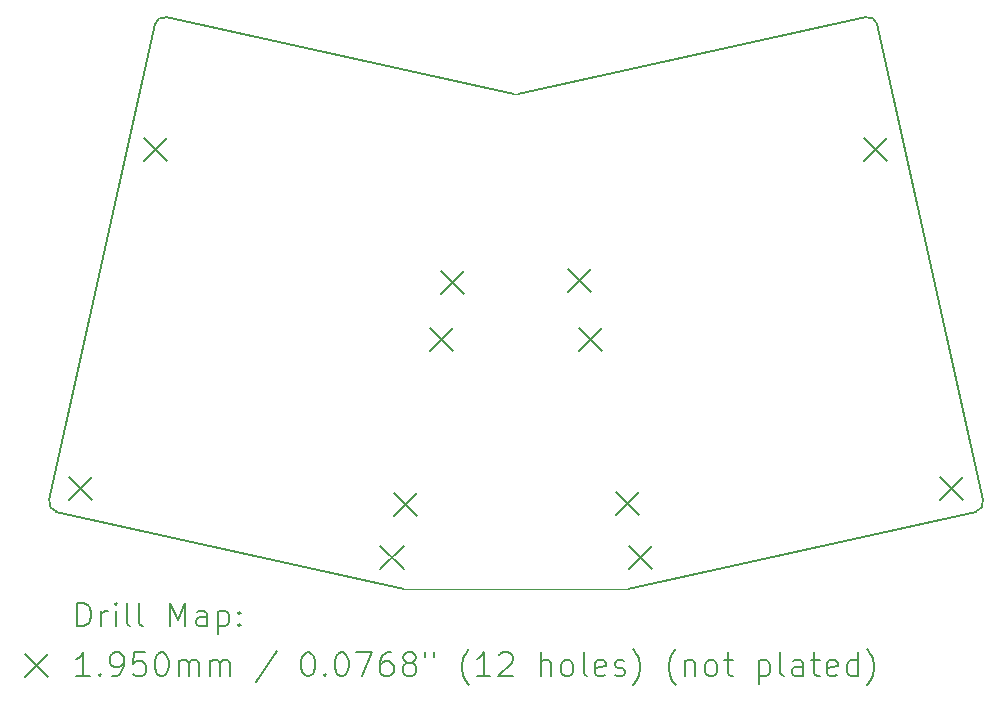
<source format=gbr>
%TF.GenerationSoftware,KiCad,Pcbnew,7.0.1-0*%
%TF.CreationDate,2023-05-03T10:27:24+09:00*%
%TF.ProjectId,centerjoint-0cm-wSwitch,63656e74-6572-46a6-9f69-6e742d30636d,rev?*%
%TF.SameCoordinates,Original*%
%TF.FileFunction,Drillmap*%
%TF.FilePolarity,Positive*%
%FSLAX45Y45*%
G04 Gerber Fmt 4.5, Leading zero omitted, Abs format (unit mm)*
G04 Created by KiCad (PCBNEW 7.0.1-0) date 2023-05-03 10:27:24*
%MOMM*%
%LPD*%
G01*
G04 APERTURE LIST*
%ADD10C,0.150000*%
%ADD11C,0.100000*%
%ADD12C,0.200000*%
%ADD13C,0.195000*%
G04 APERTURE END LIST*
D10*
X5609191Y-2082009D02*
X8553944Y-1429173D01*
D11*
X4642662Y-6266658D02*
X6536906Y-6266658D01*
D10*
X2625625Y-1429165D02*
G75*
G03*
X2530950Y-1489487I-17185J-77485D01*
G01*
X1637597Y-5519150D02*
G75*
G03*
X1697909Y-5613822I77493J-17180D01*
G01*
X2625623Y-1429174D02*
X5570376Y-2082010D01*
X9481660Y-5613827D02*
G75*
G03*
X9541972Y-5519149I-17170J77487D01*
G01*
X1637595Y-5519149D02*
X2530950Y-1489487D01*
X8648624Y-1489485D02*
G75*
G03*
X8553944Y-1429173I-77484J-17165D01*
G01*
X8648618Y-1489487D02*
X9541972Y-5519149D01*
D11*
X5570376Y-2082010D02*
X5609191Y-2082009D01*
D10*
X9481659Y-5613822D02*
X6536906Y-6266658D01*
X4642662Y-6266658D02*
X1697909Y-5613822D01*
D12*
D13*
X1806892Y-5318189D02*
X2001892Y-5513189D01*
X2001892Y-5318189D02*
X1806892Y-5513189D01*
X2442547Y-2450933D02*
X2637547Y-2645933D01*
X2637547Y-2450933D02*
X2442547Y-2645933D01*
X4441671Y-5902305D02*
X4636671Y-6097305D01*
X4636671Y-5902305D02*
X4441671Y-6097305D01*
X4552243Y-5454516D02*
X4747243Y-5649516D01*
X4747243Y-5454516D02*
X4552243Y-5649516D01*
X4861435Y-4059628D02*
X5056435Y-4254628D01*
X5056435Y-4059628D02*
X4861435Y-4254628D01*
X4957067Y-3577500D02*
X5152067Y-3772500D01*
X5152067Y-3577500D02*
X4957067Y-3772500D01*
X6027500Y-3562500D02*
X6222500Y-3757500D01*
X6222500Y-3562500D02*
X6027500Y-3757500D01*
X6124500Y-4057500D02*
X6319500Y-4252500D01*
X6319500Y-4057500D02*
X6124500Y-4252500D01*
X6431500Y-5450500D02*
X6626500Y-5645500D01*
X6626500Y-5450500D02*
X6431500Y-5645500D01*
X6543500Y-5902500D02*
X6738500Y-6097500D01*
X6738500Y-5902500D02*
X6543500Y-6097500D01*
X8538500Y-2447500D02*
X8733500Y-2642500D01*
X8733500Y-2447500D02*
X8538500Y-2642500D01*
X9179500Y-5317500D02*
X9374500Y-5512500D01*
X9374500Y-5317500D02*
X9179500Y-5512500D01*
D12*
X1875835Y-6586682D02*
X1875835Y-6386682D01*
X1875835Y-6386682D02*
X1923454Y-6386682D01*
X1923454Y-6386682D02*
X1952025Y-6396206D01*
X1952025Y-6396206D02*
X1971073Y-6415254D01*
X1971073Y-6415254D02*
X1980597Y-6434301D01*
X1980597Y-6434301D02*
X1990120Y-6472396D01*
X1990120Y-6472396D02*
X1990120Y-6500968D01*
X1990120Y-6500968D02*
X1980597Y-6539063D01*
X1980597Y-6539063D02*
X1971073Y-6558111D01*
X1971073Y-6558111D02*
X1952025Y-6577158D01*
X1952025Y-6577158D02*
X1923454Y-6586682D01*
X1923454Y-6586682D02*
X1875835Y-6586682D01*
X2075835Y-6586682D02*
X2075835Y-6453349D01*
X2075835Y-6491444D02*
X2085359Y-6472396D01*
X2085359Y-6472396D02*
X2094882Y-6462873D01*
X2094882Y-6462873D02*
X2113930Y-6453349D01*
X2113930Y-6453349D02*
X2132978Y-6453349D01*
X2199644Y-6586682D02*
X2199644Y-6453349D01*
X2199644Y-6386682D02*
X2190121Y-6396206D01*
X2190121Y-6396206D02*
X2199644Y-6405730D01*
X2199644Y-6405730D02*
X2209168Y-6396206D01*
X2209168Y-6396206D02*
X2199644Y-6386682D01*
X2199644Y-6386682D02*
X2199644Y-6405730D01*
X2323454Y-6586682D02*
X2304406Y-6577158D01*
X2304406Y-6577158D02*
X2294882Y-6558111D01*
X2294882Y-6558111D02*
X2294882Y-6386682D01*
X2428216Y-6586682D02*
X2409168Y-6577158D01*
X2409168Y-6577158D02*
X2399644Y-6558111D01*
X2399644Y-6558111D02*
X2399644Y-6386682D01*
X2656787Y-6586682D02*
X2656787Y-6386682D01*
X2656787Y-6386682D02*
X2723454Y-6529539D01*
X2723454Y-6529539D02*
X2790121Y-6386682D01*
X2790121Y-6386682D02*
X2790121Y-6586682D01*
X2971073Y-6586682D02*
X2971073Y-6481920D01*
X2971073Y-6481920D02*
X2961549Y-6462873D01*
X2961549Y-6462873D02*
X2942501Y-6453349D01*
X2942501Y-6453349D02*
X2904406Y-6453349D01*
X2904406Y-6453349D02*
X2885359Y-6462873D01*
X2971073Y-6577158D02*
X2952025Y-6586682D01*
X2952025Y-6586682D02*
X2904406Y-6586682D01*
X2904406Y-6586682D02*
X2885359Y-6577158D01*
X2885359Y-6577158D02*
X2875835Y-6558111D01*
X2875835Y-6558111D02*
X2875835Y-6539063D01*
X2875835Y-6539063D02*
X2885359Y-6520016D01*
X2885359Y-6520016D02*
X2904406Y-6510492D01*
X2904406Y-6510492D02*
X2952025Y-6510492D01*
X2952025Y-6510492D02*
X2971073Y-6500968D01*
X3066311Y-6453349D02*
X3066311Y-6653349D01*
X3066311Y-6462873D02*
X3085359Y-6453349D01*
X3085359Y-6453349D02*
X3123454Y-6453349D01*
X3123454Y-6453349D02*
X3142501Y-6462873D01*
X3142501Y-6462873D02*
X3152025Y-6472396D01*
X3152025Y-6472396D02*
X3161549Y-6491444D01*
X3161549Y-6491444D02*
X3161549Y-6548587D01*
X3161549Y-6548587D02*
X3152025Y-6567635D01*
X3152025Y-6567635D02*
X3142501Y-6577158D01*
X3142501Y-6577158D02*
X3123454Y-6586682D01*
X3123454Y-6586682D02*
X3085359Y-6586682D01*
X3085359Y-6586682D02*
X3066311Y-6577158D01*
X3247263Y-6567635D02*
X3256787Y-6577158D01*
X3256787Y-6577158D02*
X3247263Y-6586682D01*
X3247263Y-6586682D02*
X3237740Y-6577158D01*
X3237740Y-6577158D02*
X3247263Y-6567635D01*
X3247263Y-6567635D02*
X3247263Y-6586682D01*
X3247263Y-6462873D02*
X3256787Y-6472396D01*
X3256787Y-6472396D02*
X3247263Y-6481920D01*
X3247263Y-6481920D02*
X3237740Y-6472396D01*
X3237740Y-6472396D02*
X3247263Y-6462873D01*
X3247263Y-6462873D02*
X3247263Y-6481920D01*
D13*
X1433216Y-6816658D02*
X1628216Y-7011658D01*
X1628216Y-6816658D02*
X1433216Y-7011658D01*
D12*
X1980597Y-7006682D02*
X1866311Y-7006682D01*
X1923454Y-7006682D02*
X1923454Y-6806682D01*
X1923454Y-6806682D02*
X1904406Y-6835254D01*
X1904406Y-6835254D02*
X1885359Y-6854301D01*
X1885359Y-6854301D02*
X1866311Y-6863825D01*
X2066311Y-6987635D02*
X2075835Y-6997158D01*
X2075835Y-6997158D02*
X2066311Y-7006682D01*
X2066311Y-7006682D02*
X2056787Y-6997158D01*
X2056787Y-6997158D02*
X2066311Y-6987635D01*
X2066311Y-6987635D02*
X2066311Y-7006682D01*
X2171073Y-7006682D02*
X2209168Y-7006682D01*
X2209168Y-7006682D02*
X2228216Y-6997158D01*
X2228216Y-6997158D02*
X2237740Y-6987635D01*
X2237740Y-6987635D02*
X2256787Y-6959063D01*
X2256787Y-6959063D02*
X2266311Y-6920968D01*
X2266311Y-6920968D02*
X2266311Y-6844777D01*
X2266311Y-6844777D02*
X2256787Y-6825730D01*
X2256787Y-6825730D02*
X2247263Y-6816206D01*
X2247263Y-6816206D02*
X2228216Y-6806682D01*
X2228216Y-6806682D02*
X2190121Y-6806682D01*
X2190121Y-6806682D02*
X2171073Y-6816206D01*
X2171073Y-6816206D02*
X2161549Y-6825730D01*
X2161549Y-6825730D02*
X2152025Y-6844777D01*
X2152025Y-6844777D02*
X2152025Y-6892396D01*
X2152025Y-6892396D02*
X2161549Y-6911444D01*
X2161549Y-6911444D02*
X2171073Y-6920968D01*
X2171073Y-6920968D02*
X2190121Y-6930492D01*
X2190121Y-6930492D02*
X2228216Y-6930492D01*
X2228216Y-6930492D02*
X2247263Y-6920968D01*
X2247263Y-6920968D02*
X2256787Y-6911444D01*
X2256787Y-6911444D02*
X2266311Y-6892396D01*
X2447263Y-6806682D02*
X2352025Y-6806682D01*
X2352025Y-6806682D02*
X2342502Y-6901920D01*
X2342502Y-6901920D02*
X2352025Y-6892396D01*
X2352025Y-6892396D02*
X2371073Y-6882873D01*
X2371073Y-6882873D02*
X2418692Y-6882873D01*
X2418692Y-6882873D02*
X2437740Y-6892396D01*
X2437740Y-6892396D02*
X2447263Y-6901920D01*
X2447263Y-6901920D02*
X2456787Y-6920968D01*
X2456787Y-6920968D02*
X2456787Y-6968587D01*
X2456787Y-6968587D02*
X2447263Y-6987635D01*
X2447263Y-6987635D02*
X2437740Y-6997158D01*
X2437740Y-6997158D02*
X2418692Y-7006682D01*
X2418692Y-7006682D02*
X2371073Y-7006682D01*
X2371073Y-7006682D02*
X2352025Y-6997158D01*
X2352025Y-6997158D02*
X2342502Y-6987635D01*
X2580597Y-6806682D02*
X2599644Y-6806682D01*
X2599644Y-6806682D02*
X2618692Y-6816206D01*
X2618692Y-6816206D02*
X2628216Y-6825730D01*
X2628216Y-6825730D02*
X2637740Y-6844777D01*
X2637740Y-6844777D02*
X2647263Y-6882873D01*
X2647263Y-6882873D02*
X2647263Y-6930492D01*
X2647263Y-6930492D02*
X2637740Y-6968587D01*
X2637740Y-6968587D02*
X2628216Y-6987635D01*
X2628216Y-6987635D02*
X2618692Y-6997158D01*
X2618692Y-6997158D02*
X2599644Y-7006682D01*
X2599644Y-7006682D02*
X2580597Y-7006682D01*
X2580597Y-7006682D02*
X2561549Y-6997158D01*
X2561549Y-6997158D02*
X2552025Y-6987635D01*
X2552025Y-6987635D02*
X2542502Y-6968587D01*
X2542502Y-6968587D02*
X2532978Y-6930492D01*
X2532978Y-6930492D02*
X2532978Y-6882873D01*
X2532978Y-6882873D02*
X2542502Y-6844777D01*
X2542502Y-6844777D02*
X2552025Y-6825730D01*
X2552025Y-6825730D02*
X2561549Y-6816206D01*
X2561549Y-6816206D02*
X2580597Y-6806682D01*
X2732978Y-7006682D02*
X2732978Y-6873349D01*
X2732978Y-6892396D02*
X2742502Y-6882873D01*
X2742502Y-6882873D02*
X2761549Y-6873349D01*
X2761549Y-6873349D02*
X2790121Y-6873349D01*
X2790121Y-6873349D02*
X2809168Y-6882873D01*
X2809168Y-6882873D02*
X2818692Y-6901920D01*
X2818692Y-6901920D02*
X2818692Y-7006682D01*
X2818692Y-6901920D02*
X2828216Y-6882873D01*
X2828216Y-6882873D02*
X2847263Y-6873349D01*
X2847263Y-6873349D02*
X2875835Y-6873349D01*
X2875835Y-6873349D02*
X2894882Y-6882873D01*
X2894882Y-6882873D02*
X2904406Y-6901920D01*
X2904406Y-6901920D02*
X2904406Y-7006682D01*
X2999644Y-7006682D02*
X2999644Y-6873349D01*
X2999644Y-6892396D02*
X3009168Y-6882873D01*
X3009168Y-6882873D02*
X3028216Y-6873349D01*
X3028216Y-6873349D02*
X3056787Y-6873349D01*
X3056787Y-6873349D02*
X3075835Y-6882873D01*
X3075835Y-6882873D02*
X3085359Y-6901920D01*
X3085359Y-6901920D02*
X3085359Y-7006682D01*
X3085359Y-6901920D02*
X3094882Y-6882873D01*
X3094882Y-6882873D02*
X3113930Y-6873349D01*
X3113930Y-6873349D02*
X3142501Y-6873349D01*
X3142501Y-6873349D02*
X3161549Y-6882873D01*
X3161549Y-6882873D02*
X3171073Y-6901920D01*
X3171073Y-6901920D02*
X3171073Y-7006682D01*
X3561549Y-6797158D02*
X3390121Y-7054301D01*
X3818692Y-6806682D02*
X3837740Y-6806682D01*
X3837740Y-6806682D02*
X3856787Y-6816206D01*
X3856787Y-6816206D02*
X3866311Y-6825730D01*
X3866311Y-6825730D02*
X3875835Y-6844777D01*
X3875835Y-6844777D02*
X3885359Y-6882873D01*
X3885359Y-6882873D02*
X3885359Y-6930492D01*
X3885359Y-6930492D02*
X3875835Y-6968587D01*
X3875835Y-6968587D02*
X3866311Y-6987635D01*
X3866311Y-6987635D02*
X3856787Y-6997158D01*
X3856787Y-6997158D02*
X3837740Y-7006682D01*
X3837740Y-7006682D02*
X3818692Y-7006682D01*
X3818692Y-7006682D02*
X3799644Y-6997158D01*
X3799644Y-6997158D02*
X3790121Y-6987635D01*
X3790121Y-6987635D02*
X3780597Y-6968587D01*
X3780597Y-6968587D02*
X3771073Y-6930492D01*
X3771073Y-6930492D02*
X3771073Y-6882873D01*
X3771073Y-6882873D02*
X3780597Y-6844777D01*
X3780597Y-6844777D02*
X3790121Y-6825730D01*
X3790121Y-6825730D02*
X3799644Y-6816206D01*
X3799644Y-6816206D02*
X3818692Y-6806682D01*
X3971073Y-6987635D02*
X3980597Y-6997158D01*
X3980597Y-6997158D02*
X3971073Y-7006682D01*
X3971073Y-7006682D02*
X3961549Y-6997158D01*
X3961549Y-6997158D02*
X3971073Y-6987635D01*
X3971073Y-6987635D02*
X3971073Y-7006682D01*
X4104406Y-6806682D02*
X4123454Y-6806682D01*
X4123454Y-6806682D02*
X4142502Y-6816206D01*
X4142502Y-6816206D02*
X4152025Y-6825730D01*
X4152025Y-6825730D02*
X4161549Y-6844777D01*
X4161549Y-6844777D02*
X4171073Y-6882873D01*
X4171073Y-6882873D02*
X4171073Y-6930492D01*
X4171073Y-6930492D02*
X4161549Y-6968587D01*
X4161549Y-6968587D02*
X4152025Y-6987635D01*
X4152025Y-6987635D02*
X4142502Y-6997158D01*
X4142502Y-6997158D02*
X4123454Y-7006682D01*
X4123454Y-7006682D02*
X4104406Y-7006682D01*
X4104406Y-7006682D02*
X4085359Y-6997158D01*
X4085359Y-6997158D02*
X4075835Y-6987635D01*
X4075835Y-6987635D02*
X4066311Y-6968587D01*
X4066311Y-6968587D02*
X4056787Y-6930492D01*
X4056787Y-6930492D02*
X4056787Y-6882873D01*
X4056787Y-6882873D02*
X4066311Y-6844777D01*
X4066311Y-6844777D02*
X4075835Y-6825730D01*
X4075835Y-6825730D02*
X4085359Y-6816206D01*
X4085359Y-6816206D02*
X4104406Y-6806682D01*
X4237740Y-6806682D02*
X4371073Y-6806682D01*
X4371073Y-6806682D02*
X4285359Y-7006682D01*
X4532978Y-6806682D02*
X4494883Y-6806682D01*
X4494883Y-6806682D02*
X4475835Y-6816206D01*
X4475835Y-6816206D02*
X4466311Y-6825730D01*
X4466311Y-6825730D02*
X4447264Y-6854301D01*
X4447264Y-6854301D02*
X4437740Y-6892396D01*
X4437740Y-6892396D02*
X4437740Y-6968587D01*
X4437740Y-6968587D02*
X4447264Y-6987635D01*
X4447264Y-6987635D02*
X4456787Y-6997158D01*
X4456787Y-6997158D02*
X4475835Y-7006682D01*
X4475835Y-7006682D02*
X4513930Y-7006682D01*
X4513930Y-7006682D02*
X4532978Y-6997158D01*
X4532978Y-6997158D02*
X4542502Y-6987635D01*
X4542502Y-6987635D02*
X4552026Y-6968587D01*
X4552026Y-6968587D02*
X4552026Y-6920968D01*
X4552026Y-6920968D02*
X4542502Y-6901920D01*
X4542502Y-6901920D02*
X4532978Y-6892396D01*
X4532978Y-6892396D02*
X4513930Y-6882873D01*
X4513930Y-6882873D02*
X4475835Y-6882873D01*
X4475835Y-6882873D02*
X4456787Y-6892396D01*
X4456787Y-6892396D02*
X4447264Y-6901920D01*
X4447264Y-6901920D02*
X4437740Y-6920968D01*
X4666311Y-6892396D02*
X4647264Y-6882873D01*
X4647264Y-6882873D02*
X4637740Y-6873349D01*
X4637740Y-6873349D02*
X4628216Y-6854301D01*
X4628216Y-6854301D02*
X4628216Y-6844777D01*
X4628216Y-6844777D02*
X4637740Y-6825730D01*
X4637740Y-6825730D02*
X4647264Y-6816206D01*
X4647264Y-6816206D02*
X4666311Y-6806682D01*
X4666311Y-6806682D02*
X4704407Y-6806682D01*
X4704407Y-6806682D02*
X4723454Y-6816206D01*
X4723454Y-6816206D02*
X4732978Y-6825730D01*
X4732978Y-6825730D02*
X4742502Y-6844777D01*
X4742502Y-6844777D02*
X4742502Y-6854301D01*
X4742502Y-6854301D02*
X4732978Y-6873349D01*
X4732978Y-6873349D02*
X4723454Y-6882873D01*
X4723454Y-6882873D02*
X4704407Y-6892396D01*
X4704407Y-6892396D02*
X4666311Y-6892396D01*
X4666311Y-6892396D02*
X4647264Y-6901920D01*
X4647264Y-6901920D02*
X4637740Y-6911444D01*
X4637740Y-6911444D02*
X4628216Y-6930492D01*
X4628216Y-6930492D02*
X4628216Y-6968587D01*
X4628216Y-6968587D02*
X4637740Y-6987635D01*
X4637740Y-6987635D02*
X4647264Y-6997158D01*
X4647264Y-6997158D02*
X4666311Y-7006682D01*
X4666311Y-7006682D02*
X4704407Y-7006682D01*
X4704407Y-7006682D02*
X4723454Y-6997158D01*
X4723454Y-6997158D02*
X4732978Y-6987635D01*
X4732978Y-6987635D02*
X4742502Y-6968587D01*
X4742502Y-6968587D02*
X4742502Y-6930492D01*
X4742502Y-6930492D02*
X4732978Y-6911444D01*
X4732978Y-6911444D02*
X4723454Y-6901920D01*
X4723454Y-6901920D02*
X4704407Y-6892396D01*
X4818692Y-6806682D02*
X4818692Y-6844777D01*
X4894883Y-6806682D02*
X4894883Y-6844777D01*
X5190121Y-7082873D02*
X5180597Y-7073349D01*
X5180597Y-7073349D02*
X5161549Y-7044777D01*
X5161549Y-7044777D02*
X5152026Y-7025730D01*
X5152026Y-7025730D02*
X5142502Y-6997158D01*
X5142502Y-6997158D02*
X5132978Y-6949539D01*
X5132978Y-6949539D02*
X5132978Y-6911444D01*
X5132978Y-6911444D02*
X5142502Y-6863825D01*
X5142502Y-6863825D02*
X5152026Y-6835254D01*
X5152026Y-6835254D02*
X5161549Y-6816206D01*
X5161549Y-6816206D02*
X5180597Y-6787635D01*
X5180597Y-6787635D02*
X5190121Y-6778111D01*
X5371073Y-7006682D02*
X5256788Y-7006682D01*
X5313930Y-7006682D02*
X5313930Y-6806682D01*
X5313930Y-6806682D02*
X5294883Y-6835254D01*
X5294883Y-6835254D02*
X5275835Y-6854301D01*
X5275835Y-6854301D02*
X5256788Y-6863825D01*
X5447264Y-6825730D02*
X5456788Y-6816206D01*
X5456788Y-6816206D02*
X5475835Y-6806682D01*
X5475835Y-6806682D02*
X5523454Y-6806682D01*
X5523454Y-6806682D02*
X5542502Y-6816206D01*
X5542502Y-6816206D02*
X5552026Y-6825730D01*
X5552026Y-6825730D02*
X5561549Y-6844777D01*
X5561549Y-6844777D02*
X5561549Y-6863825D01*
X5561549Y-6863825D02*
X5552026Y-6892396D01*
X5552026Y-6892396D02*
X5437740Y-7006682D01*
X5437740Y-7006682D02*
X5561549Y-7006682D01*
X5799645Y-7006682D02*
X5799645Y-6806682D01*
X5885359Y-7006682D02*
X5885359Y-6901920D01*
X5885359Y-6901920D02*
X5875835Y-6882873D01*
X5875835Y-6882873D02*
X5856788Y-6873349D01*
X5856788Y-6873349D02*
X5828216Y-6873349D01*
X5828216Y-6873349D02*
X5809168Y-6882873D01*
X5809168Y-6882873D02*
X5799645Y-6892396D01*
X6009168Y-7006682D02*
X5990121Y-6997158D01*
X5990121Y-6997158D02*
X5980597Y-6987635D01*
X5980597Y-6987635D02*
X5971073Y-6968587D01*
X5971073Y-6968587D02*
X5971073Y-6911444D01*
X5971073Y-6911444D02*
X5980597Y-6892396D01*
X5980597Y-6892396D02*
X5990121Y-6882873D01*
X5990121Y-6882873D02*
X6009168Y-6873349D01*
X6009168Y-6873349D02*
X6037740Y-6873349D01*
X6037740Y-6873349D02*
X6056788Y-6882873D01*
X6056788Y-6882873D02*
X6066311Y-6892396D01*
X6066311Y-6892396D02*
X6075835Y-6911444D01*
X6075835Y-6911444D02*
X6075835Y-6968587D01*
X6075835Y-6968587D02*
X6066311Y-6987635D01*
X6066311Y-6987635D02*
X6056788Y-6997158D01*
X6056788Y-6997158D02*
X6037740Y-7006682D01*
X6037740Y-7006682D02*
X6009168Y-7006682D01*
X6190121Y-7006682D02*
X6171073Y-6997158D01*
X6171073Y-6997158D02*
X6161549Y-6978111D01*
X6161549Y-6978111D02*
X6161549Y-6806682D01*
X6342502Y-6997158D02*
X6323454Y-7006682D01*
X6323454Y-7006682D02*
X6285359Y-7006682D01*
X6285359Y-7006682D02*
X6266311Y-6997158D01*
X6266311Y-6997158D02*
X6256788Y-6978111D01*
X6256788Y-6978111D02*
X6256788Y-6901920D01*
X6256788Y-6901920D02*
X6266311Y-6882873D01*
X6266311Y-6882873D02*
X6285359Y-6873349D01*
X6285359Y-6873349D02*
X6323454Y-6873349D01*
X6323454Y-6873349D02*
X6342502Y-6882873D01*
X6342502Y-6882873D02*
X6352026Y-6901920D01*
X6352026Y-6901920D02*
X6352026Y-6920968D01*
X6352026Y-6920968D02*
X6256788Y-6940016D01*
X6428216Y-6997158D02*
X6447264Y-7006682D01*
X6447264Y-7006682D02*
X6485359Y-7006682D01*
X6485359Y-7006682D02*
X6504407Y-6997158D01*
X6504407Y-6997158D02*
X6513930Y-6978111D01*
X6513930Y-6978111D02*
X6513930Y-6968587D01*
X6513930Y-6968587D02*
X6504407Y-6949539D01*
X6504407Y-6949539D02*
X6485359Y-6940016D01*
X6485359Y-6940016D02*
X6456788Y-6940016D01*
X6456788Y-6940016D02*
X6437740Y-6930492D01*
X6437740Y-6930492D02*
X6428216Y-6911444D01*
X6428216Y-6911444D02*
X6428216Y-6901920D01*
X6428216Y-6901920D02*
X6437740Y-6882873D01*
X6437740Y-6882873D02*
X6456788Y-6873349D01*
X6456788Y-6873349D02*
X6485359Y-6873349D01*
X6485359Y-6873349D02*
X6504407Y-6882873D01*
X6580597Y-7082873D02*
X6590121Y-7073349D01*
X6590121Y-7073349D02*
X6609169Y-7044777D01*
X6609169Y-7044777D02*
X6618692Y-7025730D01*
X6618692Y-7025730D02*
X6628216Y-6997158D01*
X6628216Y-6997158D02*
X6637740Y-6949539D01*
X6637740Y-6949539D02*
X6637740Y-6911444D01*
X6637740Y-6911444D02*
X6628216Y-6863825D01*
X6628216Y-6863825D02*
X6618692Y-6835254D01*
X6618692Y-6835254D02*
X6609169Y-6816206D01*
X6609169Y-6816206D02*
X6590121Y-6787635D01*
X6590121Y-6787635D02*
X6580597Y-6778111D01*
X6942502Y-7082873D02*
X6932978Y-7073349D01*
X6932978Y-7073349D02*
X6913930Y-7044777D01*
X6913930Y-7044777D02*
X6904407Y-7025730D01*
X6904407Y-7025730D02*
X6894883Y-6997158D01*
X6894883Y-6997158D02*
X6885359Y-6949539D01*
X6885359Y-6949539D02*
X6885359Y-6911444D01*
X6885359Y-6911444D02*
X6894883Y-6863825D01*
X6894883Y-6863825D02*
X6904407Y-6835254D01*
X6904407Y-6835254D02*
X6913930Y-6816206D01*
X6913930Y-6816206D02*
X6932978Y-6787635D01*
X6932978Y-6787635D02*
X6942502Y-6778111D01*
X7018692Y-6873349D02*
X7018692Y-7006682D01*
X7018692Y-6892396D02*
X7028216Y-6882873D01*
X7028216Y-6882873D02*
X7047264Y-6873349D01*
X7047264Y-6873349D02*
X7075835Y-6873349D01*
X7075835Y-6873349D02*
X7094883Y-6882873D01*
X7094883Y-6882873D02*
X7104407Y-6901920D01*
X7104407Y-6901920D02*
X7104407Y-7006682D01*
X7228216Y-7006682D02*
X7209169Y-6997158D01*
X7209169Y-6997158D02*
X7199645Y-6987635D01*
X7199645Y-6987635D02*
X7190121Y-6968587D01*
X7190121Y-6968587D02*
X7190121Y-6911444D01*
X7190121Y-6911444D02*
X7199645Y-6892396D01*
X7199645Y-6892396D02*
X7209169Y-6882873D01*
X7209169Y-6882873D02*
X7228216Y-6873349D01*
X7228216Y-6873349D02*
X7256788Y-6873349D01*
X7256788Y-6873349D02*
X7275835Y-6882873D01*
X7275835Y-6882873D02*
X7285359Y-6892396D01*
X7285359Y-6892396D02*
X7294883Y-6911444D01*
X7294883Y-6911444D02*
X7294883Y-6968587D01*
X7294883Y-6968587D02*
X7285359Y-6987635D01*
X7285359Y-6987635D02*
X7275835Y-6997158D01*
X7275835Y-6997158D02*
X7256788Y-7006682D01*
X7256788Y-7006682D02*
X7228216Y-7006682D01*
X7352026Y-6873349D02*
X7428216Y-6873349D01*
X7380597Y-6806682D02*
X7380597Y-6978111D01*
X7380597Y-6978111D02*
X7390121Y-6997158D01*
X7390121Y-6997158D02*
X7409169Y-7006682D01*
X7409169Y-7006682D02*
X7428216Y-7006682D01*
X7647264Y-6873349D02*
X7647264Y-7073349D01*
X7647264Y-6882873D02*
X7666311Y-6873349D01*
X7666311Y-6873349D02*
X7704407Y-6873349D01*
X7704407Y-6873349D02*
X7723454Y-6882873D01*
X7723454Y-6882873D02*
X7732978Y-6892396D01*
X7732978Y-6892396D02*
X7742502Y-6911444D01*
X7742502Y-6911444D02*
X7742502Y-6968587D01*
X7742502Y-6968587D02*
X7732978Y-6987635D01*
X7732978Y-6987635D02*
X7723454Y-6997158D01*
X7723454Y-6997158D02*
X7704407Y-7006682D01*
X7704407Y-7006682D02*
X7666311Y-7006682D01*
X7666311Y-7006682D02*
X7647264Y-6997158D01*
X7856788Y-7006682D02*
X7837740Y-6997158D01*
X7837740Y-6997158D02*
X7828216Y-6978111D01*
X7828216Y-6978111D02*
X7828216Y-6806682D01*
X8018692Y-7006682D02*
X8018692Y-6901920D01*
X8018692Y-6901920D02*
X8009169Y-6882873D01*
X8009169Y-6882873D02*
X7990121Y-6873349D01*
X7990121Y-6873349D02*
X7952026Y-6873349D01*
X7952026Y-6873349D02*
X7932978Y-6882873D01*
X8018692Y-6997158D02*
X7999645Y-7006682D01*
X7999645Y-7006682D02*
X7952026Y-7006682D01*
X7952026Y-7006682D02*
X7932978Y-6997158D01*
X7932978Y-6997158D02*
X7923454Y-6978111D01*
X7923454Y-6978111D02*
X7923454Y-6959063D01*
X7923454Y-6959063D02*
X7932978Y-6940016D01*
X7932978Y-6940016D02*
X7952026Y-6930492D01*
X7952026Y-6930492D02*
X7999645Y-6930492D01*
X7999645Y-6930492D02*
X8018692Y-6920968D01*
X8085359Y-6873349D02*
X8161550Y-6873349D01*
X8113931Y-6806682D02*
X8113931Y-6978111D01*
X8113931Y-6978111D02*
X8123454Y-6997158D01*
X8123454Y-6997158D02*
X8142502Y-7006682D01*
X8142502Y-7006682D02*
X8161550Y-7006682D01*
X8304407Y-6997158D02*
X8285359Y-7006682D01*
X8285359Y-7006682D02*
X8247264Y-7006682D01*
X8247264Y-7006682D02*
X8228216Y-6997158D01*
X8228216Y-6997158D02*
X8218692Y-6978111D01*
X8218692Y-6978111D02*
X8218692Y-6901920D01*
X8218692Y-6901920D02*
X8228216Y-6882873D01*
X8228216Y-6882873D02*
X8247264Y-6873349D01*
X8247264Y-6873349D02*
X8285359Y-6873349D01*
X8285359Y-6873349D02*
X8304407Y-6882873D01*
X8304407Y-6882873D02*
X8313931Y-6901920D01*
X8313931Y-6901920D02*
X8313931Y-6920968D01*
X8313931Y-6920968D02*
X8218692Y-6940016D01*
X8485359Y-7006682D02*
X8485359Y-6806682D01*
X8485359Y-6997158D02*
X8466312Y-7006682D01*
X8466312Y-7006682D02*
X8428216Y-7006682D01*
X8428216Y-7006682D02*
X8409169Y-6997158D01*
X8409169Y-6997158D02*
X8399645Y-6987635D01*
X8399645Y-6987635D02*
X8390121Y-6968587D01*
X8390121Y-6968587D02*
X8390121Y-6911444D01*
X8390121Y-6911444D02*
X8399645Y-6892396D01*
X8399645Y-6892396D02*
X8409169Y-6882873D01*
X8409169Y-6882873D02*
X8428216Y-6873349D01*
X8428216Y-6873349D02*
X8466312Y-6873349D01*
X8466312Y-6873349D02*
X8485359Y-6882873D01*
X8561550Y-7082873D02*
X8571074Y-7073349D01*
X8571074Y-7073349D02*
X8590121Y-7044777D01*
X8590121Y-7044777D02*
X8599645Y-7025730D01*
X8599645Y-7025730D02*
X8609169Y-6997158D01*
X8609169Y-6997158D02*
X8618693Y-6949539D01*
X8618693Y-6949539D02*
X8618693Y-6911444D01*
X8618693Y-6911444D02*
X8609169Y-6863825D01*
X8609169Y-6863825D02*
X8599645Y-6835254D01*
X8599645Y-6835254D02*
X8590121Y-6816206D01*
X8590121Y-6816206D02*
X8571074Y-6787635D01*
X8571074Y-6787635D02*
X8561550Y-6778111D01*
M02*

</source>
